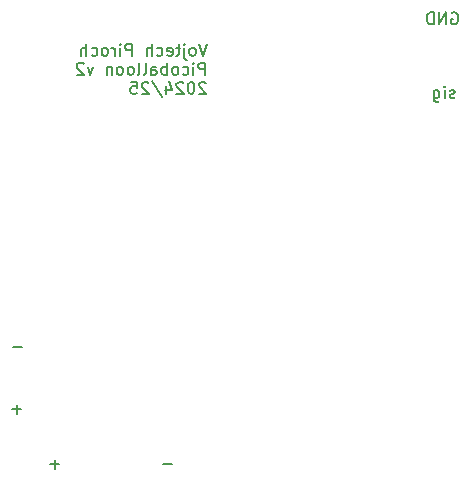
<source format=gbr>
%TF.GenerationSoftware,KiCad,Pcbnew,8.0.3*%
%TF.CreationDate,2025-04-12T20:53:01+02:00*%
%TF.ProjectId,picoballoon,7069636f-6261-46c6-9c6f-6f6e2e6b6963,rev?*%
%TF.SameCoordinates,Original*%
%TF.FileFunction,Legend,Bot*%
%TF.FilePolarity,Positive*%
%FSLAX46Y46*%
G04 Gerber Fmt 4.6, Leading zero omitted, Abs format (unit mm)*
G04 Created by KiCad (PCBNEW 8.0.3) date 2025-04-12 20:53:01*
%MOMM*%
%LPD*%
G01*
G04 APERTURE LIST*
%ADD10C,0.155000*%
%ADD11C,0.150000*%
G04 APERTURE END LIST*
D10*
X159336122Y-88717178D02*
X159431360Y-88669559D01*
X159431360Y-88669559D02*
X159574217Y-88669559D01*
X159574217Y-88669559D02*
X159717074Y-88717178D01*
X159717074Y-88717178D02*
X159812312Y-88812416D01*
X159812312Y-88812416D02*
X159859931Y-88907654D01*
X159859931Y-88907654D02*
X159907550Y-89098130D01*
X159907550Y-89098130D02*
X159907550Y-89240987D01*
X159907550Y-89240987D02*
X159859931Y-89431463D01*
X159859931Y-89431463D02*
X159812312Y-89526701D01*
X159812312Y-89526701D02*
X159717074Y-89621940D01*
X159717074Y-89621940D02*
X159574217Y-89669559D01*
X159574217Y-89669559D02*
X159478979Y-89669559D01*
X159478979Y-89669559D02*
X159336122Y-89621940D01*
X159336122Y-89621940D02*
X159288503Y-89574320D01*
X159288503Y-89574320D02*
X159288503Y-89240987D01*
X159288503Y-89240987D02*
X159478979Y-89240987D01*
X158859931Y-89669559D02*
X158859931Y-88669559D01*
X158859931Y-88669559D02*
X158288503Y-89669559D01*
X158288503Y-89669559D02*
X158288503Y-88669559D01*
X157812312Y-89669559D02*
X157812312Y-88669559D01*
X157812312Y-88669559D02*
X157574217Y-88669559D01*
X157574217Y-88669559D02*
X157431360Y-88717178D01*
X157431360Y-88717178D02*
X157336122Y-88812416D01*
X157336122Y-88812416D02*
X157288503Y-88907654D01*
X157288503Y-88907654D02*
X157240884Y-89098130D01*
X157240884Y-89098130D02*
X157240884Y-89240987D01*
X157240884Y-89240987D02*
X157288503Y-89431463D01*
X157288503Y-89431463D02*
X157336122Y-89526701D01*
X157336122Y-89526701D02*
X157431360Y-89621940D01*
X157431360Y-89621940D02*
X157574217Y-89669559D01*
X157574217Y-89669559D02*
X157812312Y-89669559D01*
X122130068Y-122258606D02*
X122891973Y-122258606D01*
X122511020Y-122639559D02*
X122511020Y-121877654D01*
X134880068Y-126938606D02*
X135641973Y-126938606D01*
X125350068Y-126908606D02*
X126111973Y-126908606D01*
X125731020Y-127289559D02*
X125731020Y-126527654D01*
X122210068Y-116968606D02*
X122971973Y-116968606D01*
D11*
X138616077Y-91329931D02*
X138282744Y-92329931D01*
X138282744Y-92329931D02*
X137949411Y-91329931D01*
X137473220Y-92329931D02*
X137568458Y-92282312D01*
X137568458Y-92282312D02*
X137616077Y-92234692D01*
X137616077Y-92234692D02*
X137663696Y-92139454D01*
X137663696Y-92139454D02*
X137663696Y-91853740D01*
X137663696Y-91853740D02*
X137616077Y-91758502D01*
X137616077Y-91758502D02*
X137568458Y-91710883D01*
X137568458Y-91710883D02*
X137473220Y-91663264D01*
X137473220Y-91663264D02*
X137330363Y-91663264D01*
X137330363Y-91663264D02*
X137235125Y-91710883D01*
X137235125Y-91710883D02*
X137187506Y-91758502D01*
X137187506Y-91758502D02*
X137139887Y-91853740D01*
X137139887Y-91853740D02*
X137139887Y-92139454D01*
X137139887Y-92139454D02*
X137187506Y-92234692D01*
X137187506Y-92234692D02*
X137235125Y-92282312D01*
X137235125Y-92282312D02*
X137330363Y-92329931D01*
X137330363Y-92329931D02*
X137473220Y-92329931D01*
X136711315Y-91663264D02*
X136711315Y-92520407D01*
X136711315Y-92520407D02*
X136758934Y-92615645D01*
X136758934Y-92615645D02*
X136854172Y-92663264D01*
X136854172Y-92663264D02*
X136901791Y-92663264D01*
X136711315Y-91329931D02*
X136758934Y-91377550D01*
X136758934Y-91377550D02*
X136711315Y-91425169D01*
X136711315Y-91425169D02*
X136663696Y-91377550D01*
X136663696Y-91377550D02*
X136711315Y-91329931D01*
X136711315Y-91329931D02*
X136711315Y-91425169D01*
X136377982Y-91663264D02*
X135997030Y-91663264D01*
X136235125Y-91329931D02*
X136235125Y-92187073D01*
X136235125Y-92187073D02*
X136187506Y-92282312D01*
X136187506Y-92282312D02*
X136092268Y-92329931D01*
X136092268Y-92329931D02*
X135997030Y-92329931D01*
X135282744Y-92282312D02*
X135377982Y-92329931D01*
X135377982Y-92329931D02*
X135568458Y-92329931D01*
X135568458Y-92329931D02*
X135663696Y-92282312D01*
X135663696Y-92282312D02*
X135711315Y-92187073D01*
X135711315Y-92187073D02*
X135711315Y-91806121D01*
X135711315Y-91806121D02*
X135663696Y-91710883D01*
X135663696Y-91710883D02*
X135568458Y-91663264D01*
X135568458Y-91663264D02*
X135377982Y-91663264D01*
X135377982Y-91663264D02*
X135282744Y-91710883D01*
X135282744Y-91710883D02*
X135235125Y-91806121D01*
X135235125Y-91806121D02*
X135235125Y-91901359D01*
X135235125Y-91901359D02*
X135711315Y-91996597D01*
X134377982Y-92282312D02*
X134473220Y-92329931D01*
X134473220Y-92329931D02*
X134663696Y-92329931D01*
X134663696Y-92329931D02*
X134758934Y-92282312D01*
X134758934Y-92282312D02*
X134806553Y-92234692D01*
X134806553Y-92234692D02*
X134854172Y-92139454D01*
X134854172Y-92139454D02*
X134854172Y-91853740D01*
X134854172Y-91853740D02*
X134806553Y-91758502D01*
X134806553Y-91758502D02*
X134758934Y-91710883D01*
X134758934Y-91710883D02*
X134663696Y-91663264D01*
X134663696Y-91663264D02*
X134473220Y-91663264D01*
X134473220Y-91663264D02*
X134377982Y-91710883D01*
X133949410Y-92329931D02*
X133949410Y-91329931D01*
X133520839Y-92329931D02*
X133520839Y-91806121D01*
X133520839Y-91806121D02*
X133568458Y-91710883D01*
X133568458Y-91710883D02*
X133663696Y-91663264D01*
X133663696Y-91663264D02*
X133806553Y-91663264D01*
X133806553Y-91663264D02*
X133901791Y-91710883D01*
X133901791Y-91710883D02*
X133949410Y-91758502D01*
X132282743Y-92329931D02*
X132282743Y-91329931D01*
X132282743Y-91329931D02*
X131901791Y-91329931D01*
X131901791Y-91329931D02*
X131806553Y-91377550D01*
X131806553Y-91377550D02*
X131758934Y-91425169D01*
X131758934Y-91425169D02*
X131711315Y-91520407D01*
X131711315Y-91520407D02*
X131711315Y-91663264D01*
X131711315Y-91663264D02*
X131758934Y-91758502D01*
X131758934Y-91758502D02*
X131806553Y-91806121D01*
X131806553Y-91806121D02*
X131901791Y-91853740D01*
X131901791Y-91853740D02*
X132282743Y-91853740D01*
X131282743Y-92329931D02*
X131282743Y-91663264D01*
X131282743Y-91329931D02*
X131330362Y-91377550D01*
X131330362Y-91377550D02*
X131282743Y-91425169D01*
X131282743Y-91425169D02*
X131235124Y-91377550D01*
X131235124Y-91377550D02*
X131282743Y-91329931D01*
X131282743Y-91329931D02*
X131282743Y-91425169D01*
X130806553Y-92329931D02*
X130806553Y-91663264D01*
X130806553Y-91853740D02*
X130758934Y-91758502D01*
X130758934Y-91758502D02*
X130711315Y-91710883D01*
X130711315Y-91710883D02*
X130616077Y-91663264D01*
X130616077Y-91663264D02*
X130520839Y-91663264D01*
X130044648Y-92329931D02*
X130139886Y-92282312D01*
X130139886Y-92282312D02*
X130187505Y-92234692D01*
X130187505Y-92234692D02*
X130235124Y-92139454D01*
X130235124Y-92139454D02*
X130235124Y-91853740D01*
X130235124Y-91853740D02*
X130187505Y-91758502D01*
X130187505Y-91758502D02*
X130139886Y-91710883D01*
X130139886Y-91710883D02*
X130044648Y-91663264D01*
X130044648Y-91663264D02*
X129901791Y-91663264D01*
X129901791Y-91663264D02*
X129806553Y-91710883D01*
X129806553Y-91710883D02*
X129758934Y-91758502D01*
X129758934Y-91758502D02*
X129711315Y-91853740D01*
X129711315Y-91853740D02*
X129711315Y-92139454D01*
X129711315Y-92139454D02*
X129758934Y-92234692D01*
X129758934Y-92234692D02*
X129806553Y-92282312D01*
X129806553Y-92282312D02*
X129901791Y-92329931D01*
X129901791Y-92329931D02*
X130044648Y-92329931D01*
X128854172Y-92282312D02*
X128949410Y-92329931D01*
X128949410Y-92329931D02*
X129139886Y-92329931D01*
X129139886Y-92329931D02*
X129235124Y-92282312D01*
X129235124Y-92282312D02*
X129282743Y-92234692D01*
X129282743Y-92234692D02*
X129330362Y-92139454D01*
X129330362Y-92139454D02*
X129330362Y-91853740D01*
X129330362Y-91853740D02*
X129282743Y-91758502D01*
X129282743Y-91758502D02*
X129235124Y-91710883D01*
X129235124Y-91710883D02*
X129139886Y-91663264D01*
X129139886Y-91663264D02*
X128949410Y-91663264D01*
X128949410Y-91663264D02*
X128854172Y-91710883D01*
X128425600Y-92329931D02*
X128425600Y-91329931D01*
X127997029Y-92329931D02*
X127997029Y-91806121D01*
X127997029Y-91806121D02*
X128044648Y-91710883D01*
X128044648Y-91710883D02*
X128139886Y-91663264D01*
X128139886Y-91663264D02*
X128282743Y-91663264D01*
X128282743Y-91663264D02*
X128377981Y-91710883D01*
X128377981Y-91710883D02*
X128425600Y-91758502D01*
X138473220Y-93939875D02*
X138473220Y-92939875D01*
X138473220Y-92939875D02*
X138092268Y-92939875D01*
X138092268Y-92939875D02*
X137997030Y-92987494D01*
X137997030Y-92987494D02*
X137949411Y-93035113D01*
X137949411Y-93035113D02*
X137901792Y-93130351D01*
X137901792Y-93130351D02*
X137901792Y-93273208D01*
X137901792Y-93273208D02*
X137949411Y-93368446D01*
X137949411Y-93368446D02*
X137997030Y-93416065D01*
X137997030Y-93416065D02*
X138092268Y-93463684D01*
X138092268Y-93463684D02*
X138473220Y-93463684D01*
X137473220Y-93939875D02*
X137473220Y-93273208D01*
X137473220Y-92939875D02*
X137520839Y-92987494D01*
X137520839Y-92987494D02*
X137473220Y-93035113D01*
X137473220Y-93035113D02*
X137425601Y-92987494D01*
X137425601Y-92987494D02*
X137473220Y-92939875D01*
X137473220Y-92939875D02*
X137473220Y-93035113D01*
X136568459Y-93892256D02*
X136663697Y-93939875D01*
X136663697Y-93939875D02*
X136854173Y-93939875D01*
X136854173Y-93939875D02*
X136949411Y-93892256D01*
X136949411Y-93892256D02*
X136997030Y-93844636D01*
X136997030Y-93844636D02*
X137044649Y-93749398D01*
X137044649Y-93749398D02*
X137044649Y-93463684D01*
X137044649Y-93463684D02*
X136997030Y-93368446D01*
X136997030Y-93368446D02*
X136949411Y-93320827D01*
X136949411Y-93320827D02*
X136854173Y-93273208D01*
X136854173Y-93273208D02*
X136663697Y-93273208D01*
X136663697Y-93273208D02*
X136568459Y-93320827D01*
X135997030Y-93939875D02*
X136092268Y-93892256D01*
X136092268Y-93892256D02*
X136139887Y-93844636D01*
X136139887Y-93844636D02*
X136187506Y-93749398D01*
X136187506Y-93749398D02*
X136187506Y-93463684D01*
X136187506Y-93463684D02*
X136139887Y-93368446D01*
X136139887Y-93368446D02*
X136092268Y-93320827D01*
X136092268Y-93320827D02*
X135997030Y-93273208D01*
X135997030Y-93273208D02*
X135854173Y-93273208D01*
X135854173Y-93273208D02*
X135758935Y-93320827D01*
X135758935Y-93320827D02*
X135711316Y-93368446D01*
X135711316Y-93368446D02*
X135663697Y-93463684D01*
X135663697Y-93463684D02*
X135663697Y-93749398D01*
X135663697Y-93749398D02*
X135711316Y-93844636D01*
X135711316Y-93844636D02*
X135758935Y-93892256D01*
X135758935Y-93892256D02*
X135854173Y-93939875D01*
X135854173Y-93939875D02*
X135997030Y-93939875D01*
X135235125Y-93939875D02*
X135235125Y-92939875D01*
X135235125Y-93320827D02*
X135139887Y-93273208D01*
X135139887Y-93273208D02*
X134949411Y-93273208D01*
X134949411Y-93273208D02*
X134854173Y-93320827D01*
X134854173Y-93320827D02*
X134806554Y-93368446D01*
X134806554Y-93368446D02*
X134758935Y-93463684D01*
X134758935Y-93463684D02*
X134758935Y-93749398D01*
X134758935Y-93749398D02*
X134806554Y-93844636D01*
X134806554Y-93844636D02*
X134854173Y-93892256D01*
X134854173Y-93892256D02*
X134949411Y-93939875D01*
X134949411Y-93939875D02*
X135139887Y-93939875D01*
X135139887Y-93939875D02*
X135235125Y-93892256D01*
X133901792Y-93939875D02*
X133901792Y-93416065D01*
X133901792Y-93416065D02*
X133949411Y-93320827D01*
X133949411Y-93320827D02*
X134044649Y-93273208D01*
X134044649Y-93273208D02*
X134235125Y-93273208D01*
X134235125Y-93273208D02*
X134330363Y-93320827D01*
X133901792Y-93892256D02*
X133997030Y-93939875D01*
X133997030Y-93939875D02*
X134235125Y-93939875D01*
X134235125Y-93939875D02*
X134330363Y-93892256D01*
X134330363Y-93892256D02*
X134377982Y-93797017D01*
X134377982Y-93797017D02*
X134377982Y-93701779D01*
X134377982Y-93701779D02*
X134330363Y-93606541D01*
X134330363Y-93606541D02*
X134235125Y-93558922D01*
X134235125Y-93558922D02*
X133997030Y-93558922D01*
X133997030Y-93558922D02*
X133901792Y-93511303D01*
X133282744Y-93939875D02*
X133377982Y-93892256D01*
X133377982Y-93892256D02*
X133425601Y-93797017D01*
X133425601Y-93797017D02*
X133425601Y-92939875D01*
X132758934Y-93939875D02*
X132854172Y-93892256D01*
X132854172Y-93892256D02*
X132901791Y-93797017D01*
X132901791Y-93797017D02*
X132901791Y-92939875D01*
X132235124Y-93939875D02*
X132330362Y-93892256D01*
X132330362Y-93892256D02*
X132377981Y-93844636D01*
X132377981Y-93844636D02*
X132425600Y-93749398D01*
X132425600Y-93749398D02*
X132425600Y-93463684D01*
X132425600Y-93463684D02*
X132377981Y-93368446D01*
X132377981Y-93368446D02*
X132330362Y-93320827D01*
X132330362Y-93320827D02*
X132235124Y-93273208D01*
X132235124Y-93273208D02*
X132092267Y-93273208D01*
X132092267Y-93273208D02*
X131997029Y-93320827D01*
X131997029Y-93320827D02*
X131949410Y-93368446D01*
X131949410Y-93368446D02*
X131901791Y-93463684D01*
X131901791Y-93463684D02*
X131901791Y-93749398D01*
X131901791Y-93749398D02*
X131949410Y-93844636D01*
X131949410Y-93844636D02*
X131997029Y-93892256D01*
X131997029Y-93892256D02*
X132092267Y-93939875D01*
X132092267Y-93939875D02*
X132235124Y-93939875D01*
X131330362Y-93939875D02*
X131425600Y-93892256D01*
X131425600Y-93892256D02*
X131473219Y-93844636D01*
X131473219Y-93844636D02*
X131520838Y-93749398D01*
X131520838Y-93749398D02*
X131520838Y-93463684D01*
X131520838Y-93463684D02*
X131473219Y-93368446D01*
X131473219Y-93368446D02*
X131425600Y-93320827D01*
X131425600Y-93320827D02*
X131330362Y-93273208D01*
X131330362Y-93273208D02*
X131187505Y-93273208D01*
X131187505Y-93273208D02*
X131092267Y-93320827D01*
X131092267Y-93320827D02*
X131044648Y-93368446D01*
X131044648Y-93368446D02*
X130997029Y-93463684D01*
X130997029Y-93463684D02*
X130997029Y-93749398D01*
X130997029Y-93749398D02*
X131044648Y-93844636D01*
X131044648Y-93844636D02*
X131092267Y-93892256D01*
X131092267Y-93892256D02*
X131187505Y-93939875D01*
X131187505Y-93939875D02*
X131330362Y-93939875D01*
X130568457Y-93273208D02*
X130568457Y-93939875D01*
X130568457Y-93368446D02*
X130520838Y-93320827D01*
X130520838Y-93320827D02*
X130425600Y-93273208D01*
X130425600Y-93273208D02*
X130282743Y-93273208D01*
X130282743Y-93273208D02*
X130187505Y-93320827D01*
X130187505Y-93320827D02*
X130139886Y-93416065D01*
X130139886Y-93416065D02*
X130139886Y-93939875D01*
X128997028Y-93273208D02*
X128758933Y-93939875D01*
X128758933Y-93939875D02*
X128520838Y-93273208D01*
X128187504Y-93035113D02*
X128139885Y-92987494D01*
X128139885Y-92987494D02*
X128044647Y-92939875D01*
X128044647Y-92939875D02*
X127806552Y-92939875D01*
X127806552Y-92939875D02*
X127711314Y-92987494D01*
X127711314Y-92987494D02*
X127663695Y-93035113D01*
X127663695Y-93035113D02*
X127616076Y-93130351D01*
X127616076Y-93130351D02*
X127616076Y-93225589D01*
X127616076Y-93225589D02*
X127663695Y-93368446D01*
X127663695Y-93368446D02*
X128235123Y-93939875D01*
X128235123Y-93939875D02*
X127616076Y-93939875D01*
X138520839Y-94645057D02*
X138473220Y-94597438D01*
X138473220Y-94597438D02*
X138377982Y-94549819D01*
X138377982Y-94549819D02*
X138139887Y-94549819D01*
X138139887Y-94549819D02*
X138044649Y-94597438D01*
X138044649Y-94597438D02*
X137997030Y-94645057D01*
X137997030Y-94645057D02*
X137949411Y-94740295D01*
X137949411Y-94740295D02*
X137949411Y-94835533D01*
X137949411Y-94835533D02*
X137997030Y-94978390D01*
X137997030Y-94978390D02*
X138568458Y-95549819D01*
X138568458Y-95549819D02*
X137949411Y-95549819D01*
X137330363Y-94549819D02*
X137235125Y-94549819D01*
X137235125Y-94549819D02*
X137139887Y-94597438D01*
X137139887Y-94597438D02*
X137092268Y-94645057D01*
X137092268Y-94645057D02*
X137044649Y-94740295D01*
X137044649Y-94740295D02*
X136997030Y-94930771D01*
X136997030Y-94930771D02*
X136997030Y-95168866D01*
X136997030Y-95168866D02*
X137044649Y-95359342D01*
X137044649Y-95359342D02*
X137092268Y-95454580D01*
X137092268Y-95454580D02*
X137139887Y-95502200D01*
X137139887Y-95502200D02*
X137235125Y-95549819D01*
X137235125Y-95549819D02*
X137330363Y-95549819D01*
X137330363Y-95549819D02*
X137425601Y-95502200D01*
X137425601Y-95502200D02*
X137473220Y-95454580D01*
X137473220Y-95454580D02*
X137520839Y-95359342D01*
X137520839Y-95359342D02*
X137568458Y-95168866D01*
X137568458Y-95168866D02*
X137568458Y-94930771D01*
X137568458Y-94930771D02*
X137520839Y-94740295D01*
X137520839Y-94740295D02*
X137473220Y-94645057D01*
X137473220Y-94645057D02*
X137425601Y-94597438D01*
X137425601Y-94597438D02*
X137330363Y-94549819D01*
X136616077Y-94645057D02*
X136568458Y-94597438D01*
X136568458Y-94597438D02*
X136473220Y-94549819D01*
X136473220Y-94549819D02*
X136235125Y-94549819D01*
X136235125Y-94549819D02*
X136139887Y-94597438D01*
X136139887Y-94597438D02*
X136092268Y-94645057D01*
X136092268Y-94645057D02*
X136044649Y-94740295D01*
X136044649Y-94740295D02*
X136044649Y-94835533D01*
X136044649Y-94835533D02*
X136092268Y-94978390D01*
X136092268Y-94978390D02*
X136663696Y-95549819D01*
X136663696Y-95549819D02*
X136044649Y-95549819D01*
X135187506Y-94883152D02*
X135187506Y-95549819D01*
X135425601Y-94502200D02*
X135663696Y-95216485D01*
X135663696Y-95216485D02*
X135044649Y-95216485D01*
X133949411Y-94502200D02*
X134806553Y-95787914D01*
X133663696Y-94645057D02*
X133616077Y-94597438D01*
X133616077Y-94597438D02*
X133520839Y-94549819D01*
X133520839Y-94549819D02*
X133282744Y-94549819D01*
X133282744Y-94549819D02*
X133187506Y-94597438D01*
X133187506Y-94597438D02*
X133139887Y-94645057D01*
X133139887Y-94645057D02*
X133092268Y-94740295D01*
X133092268Y-94740295D02*
X133092268Y-94835533D01*
X133092268Y-94835533D02*
X133139887Y-94978390D01*
X133139887Y-94978390D02*
X133711315Y-95549819D01*
X133711315Y-95549819D02*
X133092268Y-95549819D01*
X132187506Y-94549819D02*
X132663696Y-94549819D01*
X132663696Y-94549819D02*
X132711315Y-95026009D01*
X132711315Y-95026009D02*
X132663696Y-94978390D01*
X132663696Y-94978390D02*
X132568458Y-94930771D01*
X132568458Y-94930771D02*
X132330363Y-94930771D01*
X132330363Y-94930771D02*
X132235125Y-94978390D01*
X132235125Y-94978390D02*
X132187506Y-95026009D01*
X132187506Y-95026009D02*
X132139887Y-95121247D01*
X132139887Y-95121247D02*
X132139887Y-95359342D01*
X132139887Y-95359342D02*
X132187506Y-95454580D01*
X132187506Y-95454580D02*
X132235125Y-95502200D01*
X132235125Y-95502200D02*
X132330363Y-95549819D01*
X132330363Y-95549819D02*
X132568458Y-95549819D01*
X132568458Y-95549819D02*
X132663696Y-95502200D01*
X132663696Y-95502200D02*
X132711315Y-95454580D01*
D10*
X159597550Y-95851940D02*
X159502312Y-95899559D01*
X159502312Y-95899559D02*
X159311836Y-95899559D01*
X159311836Y-95899559D02*
X159216598Y-95851940D01*
X159216598Y-95851940D02*
X159168979Y-95756701D01*
X159168979Y-95756701D02*
X159168979Y-95709082D01*
X159168979Y-95709082D02*
X159216598Y-95613844D01*
X159216598Y-95613844D02*
X159311836Y-95566225D01*
X159311836Y-95566225D02*
X159454693Y-95566225D01*
X159454693Y-95566225D02*
X159549931Y-95518606D01*
X159549931Y-95518606D02*
X159597550Y-95423368D01*
X159597550Y-95423368D02*
X159597550Y-95375749D01*
X159597550Y-95375749D02*
X159549931Y-95280511D01*
X159549931Y-95280511D02*
X159454693Y-95232892D01*
X159454693Y-95232892D02*
X159311836Y-95232892D01*
X159311836Y-95232892D02*
X159216598Y-95280511D01*
X158740407Y-95899559D02*
X158740407Y-95232892D01*
X158740407Y-94899559D02*
X158788026Y-94947178D01*
X158788026Y-94947178D02*
X158740407Y-94994797D01*
X158740407Y-94994797D02*
X158692788Y-94947178D01*
X158692788Y-94947178D02*
X158740407Y-94899559D01*
X158740407Y-94899559D02*
X158740407Y-94994797D01*
X157835646Y-95232892D02*
X157835646Y-96042416D01*
X157835646Y-96042416D02*
X157883265Y-96137654D01*
X157883265Y-96137654D02*
X157930884Y-96185273D01*
X157930884Y-96185273D02*
X158026122Y-96232892D01*
X158026122Y-96232892D02*
X158168979Y-96232892D01*
X158168979Y-96232892D02*
X158264217Y-96185273D01*
X157835646Y-95851940D02*
X157930884Y-95899559D01*
X157930884Y-95899559D02*
X158121360Y-95899559D01*
X158121360Y-95899559D02*
X158216598Y-95851940D01*
X158216598Y-95851940D02*
X158264217Y-95804320D01*
X158264217Y-95804320D02*
X158311836Y-95709082D01*
X158311836Y-95709082D02*
X158311836Y-95423368D01*
X158311836Y-95423368D02*
X158264217Y-95328130D01*
X158264217Y-95328130D02*
X158216598Y-95280511D01*
X158216598Y-95280511D02*
X158121360Y-95232892D01*
X158121360Y-95232892D02*
X157930884Y-95232892D01*
X157930884Y-95232892D02*
X157835646Y-95280511D01*
M02*

</source>
